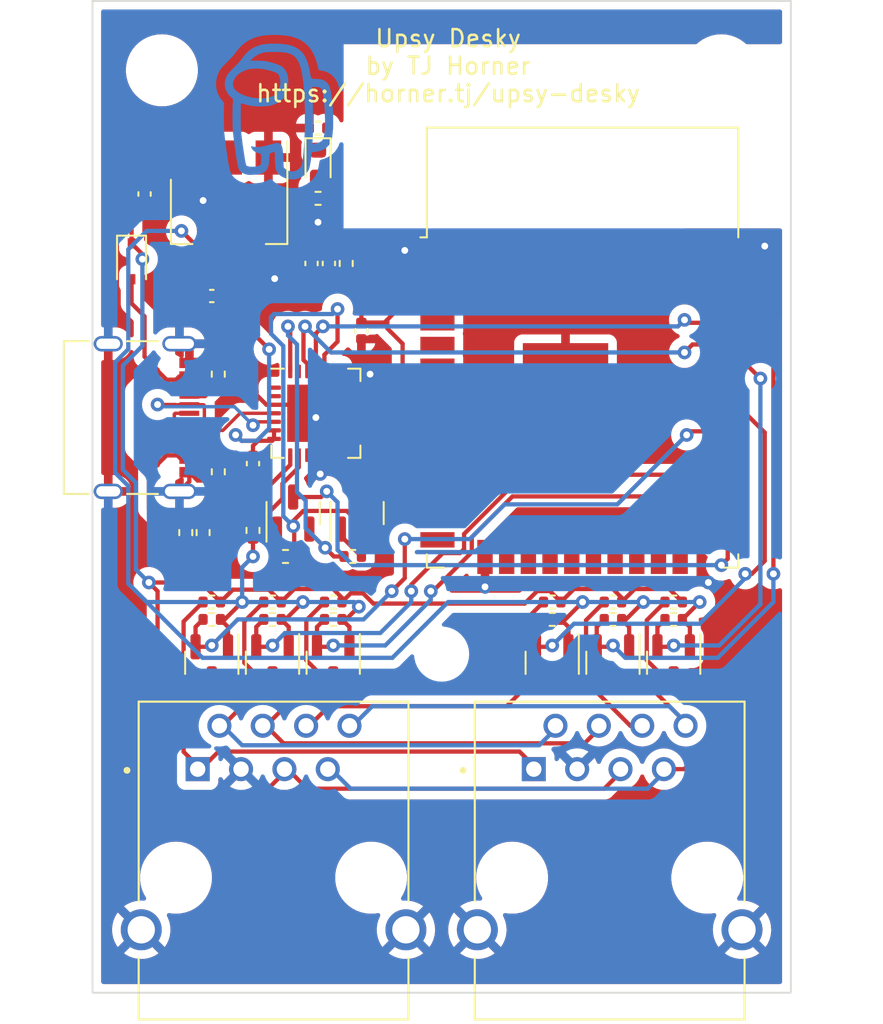
<source format=kicad_pcb>
(kicad_pcb (version 20211014) (generator pcbnew)
  (layers (0 "F.Cu" signal) (31 "B.Cu" signal) (34 "B.Paste" user) (35 "F.Paste" user) (36 "B.SilkS" user "B.Silkscreen") (37 "F.SilkS" user "F.Silkscreen") (38 "B.Mask" user) (39 "F.Mask" user) (44 "Edge.Cuts" user))
  (net 0 "")
  (net 1 "GND")
  (net 2 "Net-(D2-Pad2)")
  (net 5 "VBUS")
  (net 6 "/DESK_2")
  (net 7 "/DESK_7")
  (net 8 "/DESK_8")
  (net 10 "+3V3")
  (net 14 "/DESK_6")
  (net 15 "/DESK_4")
  (net 16 "/DESK_1")
  (net 17 "/EN")
  (net 18 "/USB_CC1")
  (net 19 "/USB_D+")
  (net 20 "/USB_D-")
  (net 22 "/USB_CC2")
  (net 24 "Net-(Q1-Pad1)")
  (net 25 "/DTR")
  (net 26 "/GPIO0")
  (net 27 "Net-(Q2-Pad1)")
  (net 28 "/RTS")
  (net 29 "Net-(R18-Pad2)")
  (net 40 "/ESP_TX")
  (net 41 "/ESP_RX")
  (net 64 "+5V")
  (net 67 "/GPIO23")
  (net 68 "/GPIO16")
  (net 69 "/GPIO17")
  (net 70 "/GPIO18")
  (net 71 "/GPIO19")
  (net 72 "/GPIO22")
  (net 73 "/GPIO21")
  (net 74 "Net-(R19-Pad2)")
  (net 75 "Net-(D2-Pad1)")
  (footprint "Resistor_SMD:R_0402_1005Metric" (layer "F.Cu") (at 153.162 107.188)
    (fp_text reference "R11" hide)
    (fp_text value "10k")
  )
  (footprint "LED_SMD:LED_0603_1608Metric" (layer "F.Cu") (at 139.446 80.518 -90)
    (fp_text reference "D2" hide)
    (fp_text value "LED")
  )
  (footprint "Package_TO_SOT_SMD:SOT-23" (layer "F.Cu") (at 141.732 100.965 90)
    (fp_text reference "Q2" hide)
    (fp_text value "MMBT3904")
  )
  (footprint "Resistor_SMD:R_0402_1005Metric" (layer "F.Cu") (at 136.779 106.172)
    (fp_text reference "R12" hide)
    (fp_text value "10k")
  )
  (footprint "Resistor_SMD:R_0402_1005Metric" (layer "F.Cu") (at 140.335 106.172)
    (fp_text reference "R9" hide)
    (fp_text value "10k")
  )
  (footprint "footprints:ASSMANN_A-2004-2-4-LPS-N-R" (layer "F.Cu") (at 136.8425 122.301)
    (fp_text reference "J1" hide)
    (fp_text value "RJ45")
  )
  (footprint "Resistor_SMD:R_0402_1005Metric" (layer "F.Cu") (at 132.715 102.108 -90)
    (fp_text reference "R20" hide)
    (fp_text value "47.5k")
  )
  (footprint "Package_TO_SOT_SMD:SOT-23" (layer "F.Cu") (at 133.223 109.728 -90)
    (fp_text reference "Q3" hide)
    (fp_text value "BSS138")
  )
  (footprint "RF_Module:ESP32-WROOM-32" (layer "F.Cu") (at 154.94 94.277)
    (fp_text reference "U3" hide)
    (fp_text value "ESP32-WROOM-32")
  )
  (footprint "Package_DFN_QFN:QFN-28-1EP_5x5mm_P0.5mm_EP3.35x3.35mm" (layer "F.Cu") (at 139.319 95.127)
    (fp_text reference "U1" hide)
    (fp_text value "CP2102N-Axx-xQFN28")
  )
  (footprint "Capacitor_SMD:C_0402_1005Metric" (layer "F.Cu") (at 133.223 88.265 180)
    (fp_text reference "C2" hide)
    (fp_text value "10u")
  )
  (footprint "Connector_USB:USB_C_Receptacle_Palconn_UTC16-G" (layer "F.Cu") (at 129.399 95.377 -90)
    (fp_text reference "J3" hide)
    (fp_text value "USB_C_ReceptacleUSB2.0")
  )
  (footprint "Package_TO_SOT_SMD:SOT-23" (layer "F.Cu") (at 156.718 109.728 -90)
    (fp_text reference "Q8" hide)
    (fp_text value "BSS138")
  )
  (footprint "Package_TO_SOT_SMD:SOT-23" (layer "F.Cu") (at 160.274 109.728 -90)
    (fp_text reference "Q7" hide)
    (fp_text value "BSS138")
  )
  (footprint "Resistor_SMD:R_0402_1005Metric" (layer "F.Cu") (at 156.718 106.172)
    (fp_text reference "R17" hide)
    (fp_text value "10k")
  )
  (footprint "Capacitor_SMD:C_0402_1005Metric" (layer "F.Cu") (at 141.986 90.297 -90)
    (fp_text reference "C3" hide)
    (fp_text value "1u")
  )
  (footprint "MountingHole:MountingHole_2.2mm_M2" (layer "F.Cu") (at 146.685 109.22)
    (fp_text reference "REF**" hide)
    (fp_text value "MountingHole_2.2mm_M2")
  )
  (footprint "Resistor_SMD:R_0402_1005Metric" (layer "F.Cu") (at 156.718 107.188)
    (fp_text reference "R16" hide)
    (fp_text value "10k")
  )
  (footprint "Resistor_SMD:R_0402_1005Metric" (layer "F.Cu") (at 136.779 107.188)
    (fp_text reference "R10" hide)
    (fp_text value "10k")
  )
  (footprint "Diode_SMD:D_SOD-323" (layer "F.Cu") (at 128.524 86.233 -90)
    (fp_text reference "D1" hide)
    (fp_text value "1N5817")
  )
  (footprint "Resistor_SMD:R_0402_1005Metric" (layer "F.Cu") (at 135.636 101.981 90)
    (fp_text reference "R18" hide)
    (fp_text value "1k")
  )
  (footprint "Resistor_SMD:R_0402_1005Metric" (layer "F.Cu") (at 131.699 102.108 90)
    (fp_text reference "R19" hide)
    (fp_text value "22.1k")
  )
  (footprint "Package_TO_SOT_SMD:SOT-23" (layer "F.Cu") (at 153.162 109.728 -90)
    (fp_text reference "Q6" hide)
    (fp_text value "BSS138")
  )
  (footprint "Resistor_SMD:R_0402_1005Metric" (layer "F.Cu") (at 133.604 98.552 90)
    (fp_text reference "R1" hide)
    (fp_text value "5.1k")
  )
  (footprint "Resistor_SMD:R_0402_1005Metric" (layer "F.Cu") (at 153.162 106.172)
    (fp_text reference "R13" hide)
    (fp_text value "10k")
  )
  (footprint "footprints:ASSMANN_A-2004-2-4-LPS-N-R" (layer "F.Cu") (at 156.5275 122.301)
    (fp_text reference "J2" hide)
    (fp_text value "RJ45")
  )
  (footprint "MountingHole:MountingHole_3.2mm_M3" (layer "F.Cu") (at 130.302 75.057)
    (fp_text reference "REF**" hide)
    (fp_text value "MountingHole_3.2mm_M3")
  )
  (footprint "MountingHole:MountingHole_3.2mm_M3" (layer "F.Cu") (at 163.068 75.057)
    (fp_text reference "REF**" hide)
    (fp_text value "MountingHole_3.2mm_M3")
  )
  (footprint "Capacitor_SMD:C_0402_1005Metric" (layer "F.Cu") (at 140.081 86.36 -90)
    (fp_text reference "C4" hide)
    (fp_text value "0.1u")
  )
  (footprint "Capacitor_SMD:C_0402_1005Metric" (layer "F.Cu") (at 135.636 98.072 -90)
    (fp_text reference "C6" hide)
    (fp_text value "10u")
  )
  (footprint "Resistor_SMD:R_0402_1005Metric" (layer "F.Cu") (at 160.274 107.188)
    (fp_text reference "R14" hide)
    (fp_text value "10k")
  )
  (footprint "Package_TO_SOT_SMD:SOT-23" (layer "F.Cu") (at 137.988 100.965 90)
    (fp_text reference "Q1" hide)
    (fp_text value "MMBT3904")
  )
  (footprint "Resistor_SMD:R_0402_1005Metric" (layer "F.Cu") (at 133.223 106.172)
    (fp_text reference "R8" hide)
    (fp_text value "10k")
  )
  (footprint "Resistor_SMD:R_0402_1005Metric" (layer "F.Cu") (at 141.478 103.505)
    (fp_text reference "R4" hide)
    (fp_text value "10k")
  )
  (footprint "Resistor_SMD:R_0402_1005Metric" (layer "F.Cu") (at 137.541 103.505 180)
    (fp_text reference "R3" hide)
    (fp_text value "10k")
  )
  (footprint "footprints:amongy" (layer "F.Cu") (at 137.16 77.47)
    (fp_text reference "Ref**" hide)
    (fp_text value "Val**" hide)
  )
  (footprint "Resistor_SMD:R_0402_1005Metric" (layer "F.Cu") (at 133.223 107.188)
    (fp_text reference "R6" hide)
    (fp_text value "10k")
  )
  (footprint "Capacitor_SMD:C_0402_1005Metric" (layer "F.Cu") (at 139.065 86.36 -90)
    (fp_text reference "C5" hide)
    (fp_text value "10u")
  )
  (footprint "Resistor_SMD:R_0402_1005Metric" (layer "F.Cu") (at 139.446 82.55 180)
    (fp_text reference "R21" hide)
    (fp_text value "470")
  )
  (footprint "Package_TO_SOT_SMD:SOT-23" (layer "F.Cu") (at 136.779 109.728 -90)
    (fp_text reference "Q5" hide)
    (fp_text value "BSS138")
  )
  (footprint "Resistor_SMD:R_0402_1005Metric" (layer "F.Cu") (at 133.604 92.837 -90)
    (fp_text reference "R2" hide)
    (fp_text value "5.1k")
  )
  (footprint "Resistor_SMD:R_0402_1005Metric" (layer "F.Cu") (at 141.097 86.36 -90)
    (fp_text reference "R5" hide)
    (fp_text value "10k")
  )
  (footprint "Capacitor_SMD:C_0402_1005Metric" (layer "F.Cu") (at 129.286 82.296 90)
    (fp_text reference "C1" hide)
    (fp_text value "10u")
  )
  (footprint "Package_TO_SOT_SMD:SOT-223-3_TabPin2" (layer "F.Cu") (at 134.239 83.312 -90)
    (fp_text reference "U2" hide)
    (fp_text value "AMS1117-3.3")
  )
  (footprint "Resistor_SMD:R_0402_1005Metric" (layer "F.Cu") (at 139.446 78.4352 180)
    (fp_text reference "R22" hide)
    (fp_text value "940")
  )
  (footprint "Resistor_SMD:R_0402_1005Metric" (layer "F.Cu") (at 140.335 107.188)
    (fp_text reference "R7" hide)
    (fp_text value "10k")
  )
  (footprint "Resistor_SMD:R_0402_1005Metric" (layer "F.Cu") (at 160.274 106.172)
    (fp_text reference "R15" hide)
    (fp_text value "10k")
  )
  (footprint "Package_TO_SOT_SMD:SOT-23" (layer "F.Cu") (at 140.335 109.728 -90)
    (fp_text reference "Q4" hide)
    (fp_text value "BSS138")
  )
  (gr_rect (start 126.238 70.993) (end 167.132 129.032) (layer "Edge.Cuts") (width 0.1) (fill none))
  (gr_text "Upsy Desky\nby TJ Horner\nhttps://horner.tj/upsy-desky" (at 147.066 74.803) (layer "F.SilkS") (effects (font (size 1 1))))
  (segment (start 133.604 92.327) (end 132.059 92.327) (width 0.25) (layer "F.Cu") (net 1))
  (segment (start 132.394 99.062) (end 131.909 98.577) (width 0.25) (layer "F.Cu") (net 1))
  (segment (start 136.869 94.627) (end 138.819 94.627) (width 0.25) (layer "F.Cu") (net 1))
  (segment (start 132.059 92.327) (end 131.909 92.177) (width 0.25) (layer "F.Cu") (net 1))
  (segment (start 136.421672 94.627) (end 136.869 94.627) (width 0.25) (layer "F.Cu") (net 1))
  (segment (start 133.731 92.327) (end 134.121672 92.327) (width 0.25) (layer "F.Cu") (net 1))
  (segment (start 133.604 99.062) (end 132.394 99.062) (width 0.25) (layer "F.Cu") (net 1))
  (segment (start 134.121672 92.327) (end 136.421672 94.627) (width 0.25) (layer "F.Cu") (net 1))
  (segment (start 131.909 99.117) (end 131.329 99.697) (width 0.25) (layer "F.Cu") (net 1))
  (segment (start 131.909 98.577) (end 131.909 99.117) (width 0.25) (layer "F.Cu") (net 1))
  (segment (start 138.819 94.627) (end 139.319 95.127) (width 0.25) (layer "F.Cu") (net 1))
  (via (at 165.608 85.344) (size 0.8) (drill 0.4) (layers "F.Cu" "B.Cu") (net 1))
  (via (at 136.906 87.249) (size 0.8) (drill 0.4) (layers "F.Cu" "B.Cu") (net 1))
  (via (at 144.526 85.598) (size 0.8) (drill 0.4) (layers "F.Cu" "B.Cu") (net 1))
  (via (at 139.319 95.377) (size 0.8) (drill 0.4) (layers "F.Cu" "B.Cu") (net 1))
  (via (at 162.306 105.029) (size 0.8) (drill 0.4) (layers "F.Cu" "B.Cu") (net 1))
  (via (at 139.446 83.947) (size 0.8) (drill 0.4) (layers "F.Cu" "B.Cu") (net 1))
  (via (at 132.715 82.677) (size 0.8) (drill 0.4) (layers "F.Cu" "B.Cu") (net 1))
  (via (at 142.494 92.837) (size 0.8) (drill 0.4) (layers "F.Cu" "B.Cu") (net 1))
  (via (at 139.573 98.679) (size 0.8) (drill 0.4) (layers "F.Cu" "B.Cu") (net 1))
  (via (at 149.225 105.283) (size 0.8) (drill 0.4) (layers "F.Cu" "B.Cu") (net 1))
  (segment (start 149.479 105.029) (end 149.225 105.283) (width 0.25) (layer "B.Cu") (net 1))
  (segment (start 162.306 105.029) (end 149.479 105.029) (width 0.25) (layer "B.Cu") (net 1))
  (segment (start 138.936 82.55) (end 138.936 81.8155) (width 0.25) (layer "F.Cu") (net 2))
  (segment (start 138.936 81.8155) (end 139.446 81.3055) (width 0.25) (layer "F.Cu") (net 2))
  (segment (start 130.048 92.583) (end 129.286 91.821) (width 0.25) (layer "F.Cu") (net 5))
  (segment (start 130.048 92.583) (end 128.778 93.853) (width 0.25) (layer "F.Cu") (net 5))
  (segment (start 130.048 92.639918) (end 130.048 92.583) (width 0.25) (layer "F.Cu") (net 5))
  (segment (start 131.21199 97.592479) (end 131.396511 97.777) (width 0.25) (layer "F.Cu") (net 5))
  (segment (start 131.447 102.618) (end 129.54 100.711) (width 0.25) (layer "F.Cu") (net 5))
  (segment (start 129.286 89.4565) (end 128.524 88.6945) (width 0.25) (layer "F.Cu") (net 5))
  (segment (start 130.569603 93.161521) (end 130.048 92.639918) (width 0.25) (layer "F.Cu") (net 5))
  (segment (start 128.778 93.853) (end 128.778 97.155) (width 0.25) (layer "F.Cu") (net 5))
  (segment (start 128.524 88.6945) (end 128.524 87.283) (width 0.25) (layer "F.Cu") (net 5))
  (segment (start 128.778 97.155) (end 129.54 97.917) (width 0.25) (layer "F.Cu") (net 5))
  (segment (start 129.794 98.171) (end 130.048 98.171) (width 0.25) (layer "F.Cu") (net 5))
  (segment (start 130.048 98.171) (end 130.048 98.114082) (width 0.25) (layer "F.Cu") (net 5))
  (segment (start 130.569603 97.592479) (end 131.21199 97.592479) (width 0.25) (layer "F.Cu") (net 5))
  (segment (start 131.396511 97.777) (end 131.909 97.777) (width 0.25) (layer "F.Cu") (net 5))
  (segment (start 131.312918 92.977) (end 131.128397 93.161521) (width 0.25) (layer "F.Cu") (net 5))
  (segment (start 129.54 100.711) (end 129.54 97.917) (width 0.25) (layer "F.Cu") (net 5))
  (segment (start 131.128397 93.161521) (end 130.569603 93.161521) (width 0.25) (layer "F.Cu") (net 5))
  (segment (start 131.909 92.977) (end 131.312918 92.977) (width 0.25) (layer "F.Cu") (net 5))
  (segment (start 129.54 97.917) (end 129.794 98.171) (width 0.25) (layer "F.Cu") (net 5))
  (segment (start 131.699 102.618) (end 131.447 102.618) (width 0.25) (layer "F.Cu") (net 5))
  (segment (start 130.048 98.114082) (end 130.569603 97.592479) (width 0.25) (layer "F.Cu") (net 5))
  (segment (start 129.286 91.821) (end 129.286 89.4565) (width 0.25) (layer "F.Cu") (net 5))
  (segment (start 135.128 107.313) (end 136.269 106.172) (width 0.25) (layer "F.Cu") (net 6))
  (segment (start 136.7305 110.5385) (end 133.858 113.411) (width 0.25) (layer "F.Cu") (net 6))
  (segment (start 136.0655 110.6655) (end 135.128 109.728) (width 0.25) (layer "F.Cu") (net 6))
  (segment (start 135.128 109.728) (end 135.128 107.313) (width 0.25) (layer "F.Cu") (net 6))
  (segment (start 136.779 110.6655) (end 136.0655 110.6655) (width 0.25) (layer "F.Cu") (net 6))
  (segment (start 152.4 114.554) (end 135.001 114.554) (width 0.25) (layer "B.Cu") (net 6))
  (segment (start 135.001 114.554) (end 133.858 113.411) (width 0.25) (layer "B.Cu") (net 6))
  (segment (start 153.543 113.411) (end 152.4 114.554) (width 0.25) (layer "B.Cu") (net 6))
  (segment (start 159.893 115.951) (end 160.888606 115.951) (width 0.25) (layer "F.Cu") (net 7))
  (segment (start 160.888606 115.951) (end 162.56 114.279606) (width 0.25) (layer "F.Cu") (net 7))
  (segment (start 162.56 114.279606) (end 162.56 112.649) (width 0.25) (layer "F.Cu") (net 7))
  (segment (start 160.274 110.6655) (end 159.790428 110.6655) (width 0.25) (layer "F.Cu") (net 7))
  (segment (start 160.4495 110.5385) (end 160.274 110.5385) (width 0.25) (layer "F.Cu") (net 7))
  (segment (start 158.69948 109.574552) (end 158.69948 107.23652) (width 0.25) (layer "F.Cu") (net 7))
  (segment (start 159.790428 110.6655) (end 158.69948 109.574552) (width 0.25) (layer "F.Cu") (net 7))
  (segment (start 158.69948 107.23652) (end 159.764 106.172) (width 0.25) (layer "F.Cu") (net 7))
  (segment (start 162.56 112.649) (end 160.4495 110.5385) (width 0.25) (layer "F.Cu") (net 7))
  (segment (start 141.351 117.094) (end 140.208 115.951) (width 0.25) (layer "B.Cu") (net 7))
  (segment (start 158.75 117.094) (end 141.351 117.094) (width 0.25) (layer "B.Cu") (net 7))
  (segment (start 159.893 115.951) (end 158.75 117.094) (width 0.25) (layer "B.Cu") (net 7))
  (segment (start 156.718 110.6655) (end 156.234428 110.6655) (width 0.25) (layer "F.Cu") (net 8))
  (segment (start 155.14348 109.574552) (end 155.14348 107.23652) (width 0.25) (layer "F.Cu") (net 8))
  (segment (start 155.14348 107.23652) (end 156.208 106.172) (width 0.25) (layer "F.Cu") (net 8))
  (segment (start 156.234428 110.6655) (end 155.14348 109.574552) (width 0.25) (layer "F.Cu") (net 8))
  (segment (start 161.163 113.411) (end 158.2905 110.5385) (width 0.25) (layer "F.Cu") (net 8))
  (segment (start 158.2905 110.5385) (end 156.718 110.5385) (width 0.25) (layer "F.Cu") (net 8))
  (segment (start 160.02 112.268) (end 142.621 112.268) (width 0.25) (layer "B.Cu") (net 8))
  (segment (start 161.163 113.411) (end 160.02 112.268) (width 0.25) (layer "B.Cu") (net 8))
  (segment (start 142.621 112.268) (end 141.478 113.411) (width 0.25) (layer "B.Cu") (net 8))
  (segment (start 153.672 107.188) (end 153.924 107.188) (width 0.25) (layer "F.Cu") (net 10))
  (segment (start 161.224 108.7905) (end 161.224 107.628) (width 0.25) (layer "F.Cu") (net 10))
  (segment (start 154.112 108.7905) (end 154.112 107.628) (width 0.25) (layer "F.Cu") (net 10))
  (segment (start 134.239 89.039906) (end 136.582047 91.382953) (width 0.25) (layer "F.Cu") (net 10))
  (segment (start 133.703 88.265) (end 133.703 86.998) (width 0.25) (layer "F.Cu") (net 10))
  (segment (start 137.541 107.188) (end 138.557 106.172) (width 0.25) (layer "F.Cu") (net 10))
  (segment (start 133.703 86.998) (end 134.239 86.462) (width 0.25) (layer "F.Cu") (net 10))
  (segment (start 143.002 85.8285) (end 138.9755 85.8285) (width 0.25) (layer "F.Cu") (net 10))
  (segment (start 157.228 107.188) (end 157.48 107.188) (width 0.25) (layer "F.Cu") (net 10))
  (segment (start 134.239 88.265) (end 133.703 88.265) (width 0.25) (layer "F.Cu") (net 10))
  (segment (start 157.668 107.628) (end 157.228 107.188) (width 0.25) (layer "F.Cu") (net 10))
  (segment (start 134.239 86.462) (end 134.239 80.162) (width 0.25) (layer "F.Cu") (net 10))
  (segment (start 134.173 108.7905) (end 134.173 107.628) (width 0.25) (layer "F.Cu") (net 10))
  (segment (start 141.0884 107.188) (end 140.845 107.188) (width 0.25) (layer "F.Cu") (net 10))
  (segment (start 141.83595 106.44045) (end 141.0884 107.188) (width 0.25) (layer "F.Cu") (net 10))
  (segment (start 153.924 107.188) (end 154.94 106.172) (width 0.25) (layer "F.Cu") (net 10))
  (segment (start 135.636 97.592) (end 135.636 97.028) (width 0.25) (layer "F.Cu") (net 10))
  (segment (start 134.173 107.628) (end 133.733 107.188) (width 0.25) (layer "F.Cu") (net 10))
  (segment (start 160.784 107.188) (end 160.784 107.186) (width 0.25) (layer "F.Cu") (net 10))
  (segment (start 134.963511 96.736511) (end 135.927489 96.736511) (width 0.25) (layer "F.Cu") (net 10))
  (segment (start 160.784 107.186) (end 161.798 106.172) (width 0.25) (layer "F.Cu") (net 10))
  (segment (start 133.452 86.462) (end 131.445 84.455) (width 0.25) (layer "F.Cu") (net 10))
  (segment (start 135.927489 96.736511) (end 136.759489 96.736511) (width 0.25) (layer "F.Cu") (net 10))
  (segment (start 154.112 107.628) (end 153.672 107.188) (width 0.25) (layer "F.Cu") (net 10))
  (segment (start 136.759489 96.736511) (end 136.869 96.627) (width 0.25) (layer "F.Cu") (net 10))
  (segment (start 137.289 107.188) (end 137.541 107.188) (width 0.25) (layer "F.Cu") (net 10))
  (segment (start 135.636 97.028) (end 135.927489 96.736511) (width 0.25) (layer "F.Cu") (net 10))
  (segment (start 134.62 96.393) (end 134.963511 96.736511) (width 0.25) (layer "F.Cu") (net 10))
  (segment (start 138.938 85.791) (end 138.267 86.462) (width 0.25) (layer "F.Cu") (net 10))
  (segment (start 135.636 103.505) (end 135.636 102.491) (width 0.25) (layer "F.Cu") (net 10))
  (segment (start 136.869 96.627) (end 136.869 96.127) (width 0.25) (layer "F.Cu") (net 10))
  (segment (start 133.985 107.188) (end 135.001 106.172) (width 0.25) (layer "F.Cu") (net 10))
  (segment (start 137.729 108.7905) (end 137.729 107.628) (width 0.25) (layer "F.Cu") (net 10))
  (segment (start 138.267 86.462) (end 134.239 86.462) (width 0.25) (layer "F.Cu") (net 10))
  (segment (start 143.002 85.8285) (end 144.4655 87.292) (width 0.25) (layer "F.Cu") (net 10))
  (segment (start 141.285 108.7905) (end 141.285 107.628) (width 0.25) (layer "F.Cu") (net 10))
  (segment (start 133.733 107.188) (end 133.985 107.188) (width 0.25) (layer "F.Cu") (net 10))
  (segment (start 134.239 86.462) (end 133.452 86.462) (width 0.25) (layer "F.Cu") (net 10))
  (segment (start 141.285 107.628) (end 140.845 107.188) (width 0.25) (layer "F.Cu") (net 10))
  (segment (start 134.239 88.265) (end 134.239 89.039906) (width 0.25) (layer "F.Cu") (net 10))
  (segment (start 137.729 107.628) (end 137.289 107.188) (width 0.25) (layer "F.Cu") (net 10))
  (segment (start 157.668 108.7905) (end 157.668 107.628) (width 0.25) (layer "F.Cu") (net 10))
  (segment (start 144.4655 87.292) (end 145.424 87.292) (width 0.25) (layer "F.Cu") (net 10))
  (segment (start 157.48 107.188) (end 158.496 106.172) (width 0.25) (layer "F.Cu") (net 10))
  (segment (start 161.224 107.628) (end 160.784 107.188) (width 0.25) (layer "F.Cu") (net 10))
  (segment (start 138.9755 85.8285) (end 138.938 85.791) (width 0.25) (layer "F.Cu") (net 10))
  (via (at 141.83595 106.44045) (size 0.8) (drill 0.4) (layers "F.Cu" "B.Cu") (net 10))
  (via (at 158.496 106.172) (size 0.8) (drill 0.4) (layers "F.Cu" "B.Cu") (net 10))
  (via (at 138.557 106.172) (size 0.8) (drill 0.4) (layers "F.Cu" "B.Cu") (net 10))
  (via (at 161.798 106.172) (size 0.8) (drill 0.4) (layers "F.Cu" "B.Cu") (net 10))
  (via (at 134.62 96.393) (size 0.8) (drill 0.4) (layers "F.Cu" "B.Cu") (net 10))
  (via (at 135.636 103.505) (size 0.8) (drill 0.4) (layers "F.Cu" "B.Cu") (net 10))
  (via (at 154.94 106.172) (size 0.8) (drill 0.4) (layers "F.Cu" "B.Cu") (net 10))
  (via (at 136.582047 91.382953) (size 0.8) (drill 0.4) (layers "F.Cu" "B.Cu") (net 10))
  (via (at 135.001 106.172) (size 0.8) (drill 0.4) (layers "F.Cu" "B.Cu") (net 10))
  (via (at 131.445 84.455) (size 0.8) (drill 0.4) (layers "F.Cu" "B.Cu") (net 10))
  (segment (start 127.56648 92.144856) (end 127.56648 98.609143) (width 0.25) (layer "B.Cu") (net 10))
  (segment (start 132.677511 109.436511) (end 143.801489 109.436511) (width 0.25) (layer "B.Cu") (net 10))
  (segment (start 158.496 106.172) (end 161.798 106.172) (width 0.25) (layer "B.Cu") (net 10))
  (segment (start 131.445 84.455) (end 129.413 84.455) (width 0.25) (layer "B.Cu") (net 10))
  (segment (start 128.33352 85.53448) (end 128.33352 91.377816) (width 0.25) (layer "B.Cu") (net 10))
  (segment (start 129.413 106.172) (end 138.557 106.172) (width 0.25) (layer "B.Cu") (net 10))
  (segment (start 135.001 104.14) (end 135.636 103.505) (width 0.25) (layer "B.Cu") (net 10))
  (segment (start 135.858969 96.736511) (end 136.582047 96.013433) (width 0.25) (layer "B.Cu") (net 10))
  (segment (start 135.001 106.172) (end 135.001 104.14) (width 0.25) (layer "B.Cu") (net 10))
  (segment (start 147.066 106.172) (end 154.94 106.172) (width 0.25) (layer "B.Cu") (net 10))
  (segment (start 143.801489 109.436511) (end 147.066 106.172) (width 0.25) (layer "B.Cu") (net 10))
  (segment (start 134.62 96.393) (end 134.963511 96.736511) (width 0.25) (layer "B.Cu") (net 10))
  (segment (start 138.557 106.172) (end 141.5675 106.172) (width 0.25) (layer "B.Cu") (net 10))
  (segment (start 134.963511 96.736511) (end 135.858969 96.736511) (width 0.25) (layer "B.Cu") (net 10))
  (segment (start 141.5675 106.172) (end 141.83595 106.44045) (width 0.25) (layer "B.Cu") (net 10))
  (segment (start 136.582047 96.013433) (end 136.582047 91.382953) (width 0.25) (layer "B.Cu") (net 10))
  (segment (start 154.94 106.172) (end 158.496 106.172) (width 0.25) (layer "B.Cu") (net 10))
  (segment (start 129.413 84.455) (end 128.33352 85.53448) (width 0.25) (layer "B.Cu") (net 10))
  (segment (start 128.33352 105.09252) (end 129.413 106.172) (width 0.25) (layer "B.Cu") (net 10))
  (segment (start 128.33352 91.377816) (end 127.56648 92.144856) (width 0.25) (layer "B.Cu") (net 10))
  (segment (start 128.33352 99.376184) (end 128.33352 105.09252) (width 0.25) (layer "B.Cu") (net 10))
  (segment (start 127.56648 98.609143) (end 128.33352 99.376184) (width 0.25) (layer "B.Cu") (net 10))
  (segment (start 129.413 106.172) (end 132.677511 109.436511) (width 0.25) (layer "B.Cu") (net 10))
  (segment (start 152.2245 110.5385) (end 150.495 112.268) (width 0.25) (layer "F.Cu") (net 14))
  (segment (start 140.081 112.268) (end 138.938 113.411) (width 0.25) (layer "F.Cu") (net 14))
  (segment (start 153.162 110.6655) (end 152.678428 110.6655) (width 0.25) (layer "F.Cu") (net 14))
  (segment (start 151.58748 109.574552) (end 151.58748 107.23652) (width 0.25) (layer "F.Cu") (net 14))
  (segment (start 150.495 112.268) (end 140.081 112.268) (width 0.25) (layer "F.Cu") (net 14))
  (segment (start 151.58748 107.23652) (end 152.652 106.172) (width 0.25) (layer "F.Cu") (net 14))
  (segment (start 152.678428 110.6655) (end 151.58748 109.574552) (width 0.25) (layer "F.Cu") (net 14))
  (segment (start 158.623 113.411) (end 157.734 113.411) (width 0.25) (layer "F.Cu") (net 14))
  (segment (start 157.734 113.411) (end 154.8615 110.5385) (width 0.25) (layer "F.Cu") (net 14))
  (segment (start 154.8615 110.5385) (end 152.2245 110.5385) (width 0.25) (layer "F.Cu") (net 14))
  (segment (start 138.76048 107.23652) (end 139.825 106.172) (width 0.25) (layer "F.Cu") (net 15))
  (segment (start 137.426511 114.439511) (end 136.398 113.411) (width 0.25) (layer "F.Cu") (net 15))
  (segment (start 139.851428 110.6655) (end 138.76048 109.574552) (width 0.25) (layer "F.Cu") (net 15))
  (segment (start 155.054489 114.439511) (end 137.426511 114.439511) (width 0.25) (layer "F.Cu") (net 15))
  (segment (start 156.083 113.411) (end 155.054489 114.439511) (width 0.25) (layer "F.Cu") (net 15))
  (segment (start 138.76048 109.574552) (end 138.76048 107.23652) (width 0.25) (layer "F.Cu") (net 15))
  (segment (start 140.335 110.6655) (end 139.851428 110.6655) (width 0.25) (layer "F.Cu") (net 15))
  (segment (start 139.2705 110.5385) (end 136.398 113.411) (width 0.25) (layer "F.Cu") (net 15))
  (segment (start 140.462 110.5385) (end 139.2705 110.5385) (width 0.25) (layer "F.Cu") (net 15))
  (segment (start 133.223 110.6655) (end 132.739428 110.6655) (width 0.25) (layer "F.Cu") (net 16))
  (segment (start 131.572 107.313) (end 132.713 106.172) (width 0.25) (layer "F.Cu") (net 16))
  (segment (start 131.572 109.498072) (end 131.572 107.313) (width 0.25) (layer "F.Cu") (net 16))
  (segment (start 132.739428 110.6655) (end 131.572 109.498072) (width 0.25) (layer "F.Cu") (net 16))
  (segment (start 132.588 115.951) (end 131.572 114.935) (width 0.25) (layer "F.Cu") (net 16))
  (segment (start 131.572 112.213) (end 133.2465 110.5385) (width 0.25) (layer "F.Cu") (net 16))
  (segment (start 131.572 114.935) (end 131.572 112.213) (width 0.25) (layer "F.Cu") (net 16))
  (segment (start 152.273 115.951) (end 151.244489 114.922489) (width 0.25) (layer "F.Cu") (net 16))
  (segment (start 151.244489 114.922489) (end 133.616511 114.922489) (width 0.25) (layer "F.Cu") (net 16))
  (segment (start 133.616511 114.922489) (end 132.588 115.951) (width 0.25) (layer "F.Cu") (net 16))
  (segment (start 144.594978 88.562) (end 145.424 88.562) (width 0.25) (layer "F.Cu") (net 17))
  (segment (start 141.732 100.0275) (end 142.2885 100.0275) (width 0.25) (layer "F.Cu") (net 17))
  (segment (start 143.51 90.17) (end 143.51 89.646978) (width 0.25) (layer "F.Cu") (net 17))
  (segment (start 144.399 91.059) (end 143.51 90.17) (width 0.25) (layer "F.Cu") (net 17))
  (segment (start 143.339978 89.817) (end 143.51 89.646978) (width 0.25) (layer "F.Cu") (net 17))
  (segment (start 142.2885 100.0275) (end 144.399 97.917) (width 0.25) (layer "F.Cu") (net 17))
  (segment (start 141.986 89.817) (end 143.339978 89.817) (width 0.25) (layer "F.Cu") (net 17))
  (segment (start 143.51 89.646978) (end 144.594978 88.562) (width 0.25) (layer "F.Cu") (net 17))
  (segment (start 141.986 87.759) (end 141.097 86.87) (width 0.25) (layer "F.Cu") (net 17))
  (segment (start 144.399 97.917) (end 144.399 91.059) (width 0.25) (layer "F.Cu") (net 17))
  (segment (start 141.986 89.817) (end 141.986 87.759) (width 0.25) (layer "F.Cu") (net 17))
  (segment (start 132.824 94.127) (end 131.909 94.127) (width 0.25) (layer "F.Cu") (net 18))
  (segment (start 133.604 93.347) (end 132.824 94.127) (width 0.25) (layer "F.Cu") (net 18))
  (segment (start 131.079978 95.127) (end 131.029489 95.177489) (width 0.2) (layer "F.Cu") (net 19))
  (segment (start 133.874 96.127) (end 131.909 96.127) (width 0.2) (layer "F.Cu") (net 19))
  (segment (start 131.079978 96.127) (end 131.909 96.127) (width 0.2) (layer "F.Cu") (net 19))
  (segment (start 134.874 95.127) (end 136.869 95.127) (width 0.2) (layer "F.Cu") (net 19))
  (segment (start 131.029489 96.076511) (end 131.079978 96.127) (width 0.2) (layer "F.Cu") (net 19))
  (segment (start 131.029489 95.177489) (end 131.029489 96.076511) (width 0.2) (layer "F.Cu") (net 19))
  (segment (start 133.874 96.127) (end 134.874 95.127) (width 0.2) (layer "F.Cu") (net 19))
  (segment (start 131.909 95.127) (end 131.079978 95.127) (width 0.2) (layer "F.Cu") (net 19))
  (segment (start 132.738022 94.627) (end 132.788511 94.677489) (width 0.2) (layer "F.Cu") (net 20))
  (segment (start 130.048 94.615) (end 131.067978 94.615) (width 0.2) (layer "F.Cu") (net 20))
  (segment (start 131.079978 94.627) (end 131.909 94.627) (width 0.2) (layer "F.Cu") (net 20))
  (segment (start 131.909 94.627) (end 132.738022 94.627) (width 0.2) (layer "F.Cu") (net 20))
  (segment (start 135.8355 95.627) (end 136.869 95.627) (width 0.2) (layer "F.Cu") (net 20))
  (segment (start 132.788511 95.430489) (end 132.592 95.627) (width 0.2) (layer "F.Cu") (net 20))
  (segment (start 132.788511 94.677489) (end 132.788511 95.430489) (width 0.2) (layer "F.Cu") (net 20))
  (segment (start 135.636 95.8265) (end 135.8355 95.627) (width 0.2) (layer "F.Cu") (net 20))
  (segment (start 132.592 95.627) (end 131.909 95.627) (width 0.2) (layer "F.Cu") (net 20))
  (segment (start 131.067978 94.615) (end 131.079978 94.627) (width 0.2) (layer "F.Cu") (net 20))
  (via (at 135.636 95.8265) (size 0.8) (drill 0.4) (layers "F.Cu" "B.Cu") (net 20))
  (via (at 130.048 94.615) (size 0.8) (drill 0.4) (layers "F.Cu" "B.Cu") (net 20))
  (segment (start 130.048 94.615) (end 130.175 94.742) (width 0.2) (layer "B.Cu") (net 20))
  (segment (start 130.175 94.742) (end 134.5515 94.742) (width 0.2) (layer "B.Cu") (net 20))
  (segment (start 134.5515 94.742) (end 135.636 95.8265) (width 0.2) (layer "B.Cu") (net 20))
  (segment (start 132.689 97.127) (end 133.604 98.042) (width 0.25) (layer "F.Cu") (net 22))
  (segment (start 131.909 97.127) (end 132.689 97.127) (width 0.25) (layer "F.Cu") (net 22))
  (segment (start 137.038 103.498) (end 137.031 103.505) (width 0.25) (layer "F.Cu") (net 24))
  (segment (start 137.038 101.9025) (end 137.038 103.498) (width 0.25) (layer "F.Cu") (net 24))
  (segment (start 140.3725 103.505) (end 139.8645 102.997) (width 0.25) (layer "F.Cu") (net 25))
  (segment (start 138.938 101.9025) (end 138.938 102.1315) (width 0.25) (layer "F.Cu") (net 25))
  (segment (start 140.968 103.505) (end 140.3725 103.505) (width 0.25) (layer "F.Cu") (net 25))
  (segment (start 138.938 101.9025) (end 138.938 102.0705) (width 0.25) (layer "F.Cu") (net 25))
  (segment (start 137.819 90.177492) (end 137.819 92.677) (width 0.25) (layer "F.Cu") (net 25))
  (segment (start 137.684497 90.042989) (end 137.819 90.177492) (width 0.25) (layer "F.Cu") (net 25))
  (segment (start 138.938 102.0705) (end 139.8645 102.997) (width 0.25) (layer "F.Cu") (net 25))
  (via (at 137.684497 90.042989) (size 0.8) (drill 0.4) (layers "F.Cu" "B.Cu") (net 25))
  (via (at 139.8645 102.997) (size 0.8) (drill 0.4) (layers "F.Cu" "B.Cu") (net 25))
  (segment (start 138.213489 99.732489) (end 138.213489 91.096489) (width 0.25) (layer "B.Cu") (net 25))
  (segment (start 139.8645 102.997) (end 138.721207 101.853707) (width 0.25) (layer "B.Cu") (net 25))
  (segment (start 138.721207 100.240207) (end 138.213489 99.732489) (width 0.25) (layer "B.Cu") (net 25))
  (segment (start 137.684497 90.567497) (end 137.684497 90.042989) (width 0.25) (layer "B.Cu") (net 25))
  (segment (start 138.721207 101.853707) (end 138.721207 100.240207) (width 0.25) (layer "B.Cu") (net 25))
  (segment (start 138.213489 91.096489) (end 137.684497 90.567497) (width 0.25) (layer "B.Cu") (net 25))
  (segment (start 163.068 104.013) (end 163.44 103.641) (width 0.25) (layer "F.Cu") (net 26))
  (segment (start 139.6215 100.0275) (end 137.988 100.0275) (width 0.25) (layer "F.Cu") (net 26))
  (segment (start 139.954 99.695) (end 139.6215 100.0275) (width 0.25) (layer "F.Cu") (net 26))
  (segment (start 163.44 103.641) (end 163.44 102.532) (width 0.25) (layer "F.Cu") (net 26))
  (via (at 139.954 99.695) (size 0.8) (drill 0.4) (layers "F.Cu" "B.Cu") (net 26))
  (via (at 163.068 104.013) (size 0.8) (drill 0.4) (layers "F.Cu" "B.Cu") (net 26))
  (segment (start 140.589 100.33) (end 139.954 99.695) (width 0.25) (layer "B.Cu") (net 26))
  (segment (start 163.068 104.013) (end 141.478 104.013) (width 0.25) (layer "B.Cu") (net 26))
  (segment (start 140.589 103.124) (end 140.589 100.33) (width 0.25) (layer "B.Cu") (net 26))
  (segment (start 141.478 104.013) (end 140.589 103.124) (width 0.25) (layer "B.Cu") (net 26))
  (segment (start 140.782 102.299) (end 141.988 103.505) (width 0.25) (layer "F.Cu") (net 27))
  (segment (start 140.782 101.9025) (end 140.782 102.299) (width 0.25) (layer "F.Cu") (net 27))
  (segment (start 142.682 101.9025) (end 142.190572 101.9025) (width 0.25) (layer "F.Cu") (net 28))
  (segment (start 141.128552 100.84048) (end 138.583592 100.84048) (width 0.25) (layer "F.Cu") (net 28))
  (segment (start 139.819 91.702) (end 139.819 92.677) (width 0.25) (layer "F.Cu") (net 28))
  (segment (start 138.051 103.505) (end 138.051 101.785039) (width 0.25) (layer "F.Cu") (net 28))
  (segment (start 138.583592 100.84048) (end 137.996696 101.427376) (width 0.25) (layer "F.Cu") (net 28))
  (segment (start 138.051 101.785039) (end 137.996696 101.730735) (width 0.25) (layer "F.Cu") (net 28))
  (segment (start 140.589 90.932) (end 139.819 91.702) (width 0.25) (layer "F.Cu") (net 28))
  (segment (start 142.190572 101.9025) (end 141.128552 100.84048) (width 0.25) (layer "F.Cu") (net 28))
  (segment (start 140.589 89.027) (end 140.589 90.932) (width 0.25) (layer "F.Cu") (net 28))
  (segment (start 137.996696 101.427376) (end 137.996696 101.730735) (width 0.25) (layer "F.Cu") (net 28))
  (via (at 140.589 89.027) (size 0.8) (drill 0.4) (layers "F.Cu" "B.Cu") (net 28))
  (via (at 137.996696 101.730735) (size 0.8) (drill 0.4) (layers "F.Cu" "B.Cu") (net 28))
  (segment (start 140.297511 89.318489) (end 136.868511 89.318489) (width 0.25) (layer "B.Cu") (net 28))
  (segment (start 136.868511 89.318489) (end 136.689489 89.497511) (width 0.25) (layer "B.Cu") (net 28))
  (segment (start 140.589 89.027) (end 140.297511 89.318489) (width 0.25) (layer "B.Cu") (net 28))
  (segment (start 137.414 101.148039) (end 137.996696 101.730735) (width 0.25) (layer "B.Cu") (net 28))
  (segment (start 136.689489 89.497511) (end 136.689489 90.465796) (width 0.25) (layer "B.Cu") (net 28))
  (segment (start 136.689489 90.465796) (end 137.414 91.190307) (width 0.25) (layer "B.Cu") (net 28))
  (segment (start 137.414 91.190307) (end 137.414 101.148039) (width 0.25) (layer "B.Cu") (net 28))
  (segment (start 137.36348 100.12652) (end 136.019 101.471) (width 0.25) (layer "F.Cu") (net 29))
  (segment (start 137.36348 99.243448) (end 137.36348 100.12652) (width 0.25) (layer "F.Cu") (net 29))
  (segment (start 138.319 98.287928) (end 137.36348 99.243448) (width 0.25) (layer "F.Cu") (net 29))
  (segment (start 136.019 101.471) (end 135.636 101.471) (width 0.25) (layer "F.Cu") (net 29))
  (segment (start 138.319 97.577) (end 138.319 98.287928) (width 0.25) (layer "F.Cu") (net 29))
  (segment (start 163.44 89.832) (end 161.079 89.832) (width 0.25) (layer "F.Cu") (net 40))
  (segment (start 161.079 89.832) (end 160.909 89.662) (width 0.25) (layer "F.Cu") (net 40))
  (segment (start 139.319 90.455267) (end 139.731278 90.042989) (width 0.25) (layer "F.Cu") (net 40))
  (segment (start 139.319 92.677) (end 139.319 90.455267) (width 0.25) (layer "F.Cu") (net 40))
  (via (at 160.909 89.662) (size 0.8) (drill 0.4) (layers "F.Cu" "B.Cu") (net 40))
  (via (at 139.731278 90.042989) (size 0.8) (drill 0.4) (layers "F.Cu" "B.Cu") (net 40))
  (segment (start 160.528011 90.042989) (end 160.909 89.662) (width 0.25) (layer "B.Cu") (net 40))
  (segment (start 139.731278 90.042989) (end 160.528011 90.042989) (width 0.25) (layer "B.Cu") (net 40))
  (segment (start 138.594489 92.005161) (end 138.819 92.229672) (width 0.25) (layer "F.Cu") (net 41))
  (segment (start 138.819 92.229672) (end 138.819 92.677) (width 0.25) (layer "F.Cu") (net 41))
  (segment (start 138.594489 90.1325) (end 138.594489 92.005161) (width 0.25) (layer "F.Cu") (net 41))
  (segment (start 138.684 90.042989) (end 138.594489 90.1325) (width 0.25) (layer "F.Cu") (net 41))
  (segment (start 161.374 91.102) (end 160.909 91.567) (width 0.25) (layer "F.Cu") (net 41))
  (segment (start 163.44 91.102) (end 161.374 91.102) (width 0.25) (layer "F.Cu") (net 41))
  (via (at 160.909 91.567) (size 0.8) (drill 0.4) (layers "F.Cu" "B.Cu") (net 41))
  (via (at 138.684 90.042989) (size 0.8) (drill 0.4) (layers "F.Cu" "B.Cu") (net 41))
  (segment (start 140.208011 91.567) (end 160.909 91.567) (width 0.25) (layer "B.Cu") (net 41))
  (segment (start 138.684 90.042989) (end 140.208011 91.567) (width 0.25) (layer "B.Cu") (net 41))
  (segment (start 137.668 115.951) (end 135.636 117.983) (width 0.25) (layer "F.Cu") (net 64))
  (segment (start 130.048 105.537) (end 129.54 105.029) (width 0.25) (layer "F.Cu") (net 64))
  (segment (start 142.681625 106.261511) (end 142.084114 105.664) (width 0.25) (layer "F.Cu") (net 64))
  (segment (start 135.636 117.983) (end 130.556 117.983) (width 0.25) (layer "F.Cu") (net 64))
  (segment (start 152.28252 105.52748) (end 151.548489 106.261511) (width 0.25) (layer "F.Cu") (net 64))
  (segment (start 154.305 105.537) (end 154.432 105.41) (width 0.25) (layer "F.Cu") (net 64))
  (segment (start 141.353 105.664) (end 140.845 106.172) (width 0.25) (layer "F.Cu") (net 64))
  (segment (start 140.845 105.92) (end 140.845 106.172) (width 0.25) (layer "F.Cu") (net 64))
  (segment (start 138.811 117.094) (end 137.668 115.951) (width 0.25) (layer "F.Cu") (net 64))
  (segment (start 140.335 105.41) (end 140.845 105.92) (width 0.25) (layer "F.Cu") (net 64))
  (segment (start 129.159 86.106) (end 129.159 85.818) (width 0.25) (layer "F.Cu") (net 64))
  (segment (start 153.672 106.172) (end 154.305 105.539) (width 0.25) (layer "F.Cu") (net 64))
  (segment (start 157.99 105.41) (end 160.022 105.41) (width 0.25) (layer "F.Cu") (net 64))
  (segment (start 130.048 117.475) (end 130.048 105.537) (width 0.25) (layer "F.Cu") (net 64))
  (segment (start 157.228 105.92) (end 157.228 106.172) (width 0.25) (layer "F.Cu") (net 64))
  (segment (start 129.54 105.029) (end 132.59 105.029) (width 0.25) (layer "F.Cu") (net 64))
  (segment (start 128.524 85.183) (end 128.524 83.577) (width 0.25) (layer "F.Cu") (net 64))
  (segment (start 153.02748 105.52748) (end 152.28252 105.52748) (width 0.25) (layer "F.Cu") (net 64))
  (segment (start 132.59 105.029) (end 133.733 106.172) (width 0.25) (layer "F.Cu") (net 64))
  (segment (start 157.353 115.951) (end 156.21 117.094) (width 0.25) (layer "F.Cu") (net 64))
  (segment (start 136.564489 105.447489) (end 137.289 106.172) (width 0.25) (layer "F.Cu") (net 64))
  (segment (start 157.228 106.172) (end 157.99 105.41) (width 0.25) (layer "F.Cu") (net 64))
  (segment (start 154.432 105.41) (end 156.718 105.41) (width 0.25) (layer "F.Cu") (net 64))
  (segment (start 134.457511 105.447489) (end 136.564489 105.447489) (width 0.25) (layer "F.Cu") (net 64))
  (segment (start 138.051 105.41) (end 140.335 105.41) (width 0.25) (layer "F.Cu") (net 64))
  (segment (start 160.022 105.41) (end 160.784 106.172) (width 0.25) (layer "F.Cu") (net 64))
  (segment (start 154.305 105.539) (end 154.305 105.537) (width 0.25) (layer "F.Cu") (net 64))
  (segment (start 130.556 117.983) (end 130.048 117.475) (width 0.25) (layer "F.Cu") (net 64))
  (segment (start 129.159 85.818) (end 128.524 85.183) (width 0.25) (layer "F.Cu") (net 64))
  (segment (start 156.718 105.41) (end 157.228 105.92) (width 0.25) (layer "F.Cu") (net 64))
  (segment (start 151.548489 106.261511) (end 142.681625 106.261511) (width 0.25) (layer "F.Cu") (net 64))
  (segment (start 137.289 106.172) (end 138.051 105.41) (width 0.25) (layer "F.Cu") (net 64))
  (segment (start 128.524 83.577) (end 131.939 80.162) (width 0.25) (layer "F.Cu") (net 64))
  (segment (start 153.672 106.172) (end 153.02748 105.52748) (width 0.25) (layer "F.Cu") (net 64))
  (segment (start 142.084114 105.664) (end 141.353 105.664) (width 0.25) (layer "F.Cu") (net 64))
  (segment (start 156.21 117.094) (end 138.811 117.094) (width 0.25) (layer "F.Cu") (net 64))
  (segment (start 133.733 106.172) (end 134.457511 105.447489) (width 0.25) (layer "F.Cu") (net 64))
  (via (at 129.54 105.029) (size 0.8) (drill 0.4) (layers "F.Cu" "B.Cu") (net 64))
  (via (at 129.159 86.106) (size 0.8) (drill 0.4) (layers "F.Cu" "B.Cu") (net 64))
  (segment (start 129.159 91.188054) (end 129.159 86.106) (width 0.25) (layer "B.Cu") (net 64))
  (segment (start 129.54 105.029) (end 128.78304 104.27204) (width 0.25) (layer "B.Cu") (net 64))
  (segment (start 128.016 98.422946) (end 128.016 92.331054) (width 0.25) (layer "B.Cu") (net 64))
  (segment (start 128.78304 99.189986) (end 128.016 98.422946) (width 0.25) (layer "B.Cu") (net 64))
  (segment (start 128.78304 104.27204) (end 128.78304 99.189986) (width 0.25) (layer "B.Cu") (net 64))
  (segment (start 128.016 92.331054) (end 129.159 91.188054) (width 0.25) (layer "B.Cu") (net 64))
  (segment (start 162.73 87.292) (end 163.44 87.292) (width 0.25) (layer "F.Cu") (net 67))
  (segment (start 139.956 82.55) (end 140.170511 82.764511) (width 0.25) (layer "F.Cu") (net 67))
  (segment (start 140.716 84.582) (end 160.02 84.582) (width 0.25) (layer "F.Cu") (net 67))
  (segment (start 140.170511 84.036511) (end 140.716 84.582) (width 0.25) (layer "F.Cu") (net 67))
  (segment (start 140.170511 82.764511) (end 140.170511 84.036511) (width 0.25) (layer "F.Cu") (net 67))
  (segment (start 160.02 84.582) (end 162.73 87.292) (width 0.25) (layer "F.Cu") (net 67))
  (segment (start 150.833 99.992) (end 163.44 99.992) (width 0.25) (layer "F.Cu") (net 68))
  (segment (start 140.2565 108.7905) (end 140.335 108.712) (width 0.25) (layer "F.Cu") (net 68))
  (segment (start 146.16974 105.537) (end 148.450489 103.256251) (width 0.25) (layer "F.Cu") (net 68))
  (segment (start 139.385 108.7905) (end 140.2565 108.7905) (width 0.25) (layer "F.Cu") (net 68))
  (segment (start 146.05 105.537) (end 146.16974 105.537) (width 0.25) (layer "F.Cu") (net 68))
  (segment (start 139.385 107.628) (end 139.825 107.188) (width 0.25) (layer "F.Cu") (net 68))
  (segment (start 148.450489 103.256251) (end 148.450489 102.374511) (width 0.25) (layer "F.Cu") (net 68))
  (segment (start 139.385 108.7905) (end 139.385 107.628) (width 0.25) (layer "F.Cu") (net 68))
  (segment (start 148.450489 102.374511) (end 150.833 99.992) (width 0.25) (layer "F.Cu") (net 68))
  (via (at 146.05 105.537) (size 0.8) (drill 0.4) (layers "F.Cu" "B.Cu") (net 68))
  (via (at 140.335 108.712) (size 0.8) (drill 0.4) (layers "F.Cu" "B.Cu") (net 68))
  (segment (start 143.383 108.712) (end 140.335 108.712) (width 0.25) (layer "B.Cu") (net 68))
  (segment (start 146.05 105.537) (end 146.05 106.045) (width 0.25) (layer "B.Cu") (net 68))
  (segment (start 146.05 106.045) (end 143.383 108.712) (width 0.25) (layer "B.Cu") (net 68))
  (segment (start 135.829 107.628) (end 136.269 107.188) (width 0.25) (layer "F.Cu") (net 69))
  (segment (start 148.000969 103.070053) (end 147.764511 103.306511) (width 0.25) (layer "F.Cu") (net 69))
  (segment (start 148.000969 102.188313) (end 148.000969 103.070053) (width 0.25) (layer "F.Cu") (net 69))
  (segment (start 163.44 98.722) (end 151.467282 98.722) (width 0.25) (layer "F.Cu") (net 69))
  (segment (start 136.7005 108.7905) (end 136.779 108.712) (width 0.25) (layer "F.Cu") (net 69))
  (segment (start 151.467282 98.722) (end 148.000969 102.188313) (width 0.25) (layer "F.Cu") (net 69))
  (segment (start 147.764511 103.306511) (end 146.756489 103.306511) (width 0.25) (layer "F.Cu") (net 69))
  (segment (start 135.829 108.7905) (end 136.7005 108.7905) (width 0.25) (layer "F.Cu") (net 69))
  (segment (start 146.756489 103.306511) (end 144.907 105.156) (width 0.25) (layer "F.Cu") (net 69))
  (segment (start 135.829 108.7905) (end 135.829 107.628) (width 0.25) (layer "F.Cu") (net 69))
  (segment (start 144.907 105.156) (end 144.907 105.537) (width 0.25) (layer "F.Cu") (net 69))
  (via (at 144.907 105.537) (size 0.8) (drill 0.4) (layers "F.Cu" "B.Cu") (net 69))
  (via (at 136.779 108.712) (size 0.8) (drill 0.4) (layers "F.Cu" "B.Cu") (net 69))
  (segment (start 143.091511 107.987489) (end 137.503511 107.987489) (width 0.25) (layer "B.Cu") (net 69))
  (segment (start 137.503511 107.987489) (end 136.779 108.712) (width 0.25) (layer "B.Cu") (net 69))
  (segment (start 144.907 106.172) (end 143.091511 107.987489) (width 0.25) (layer "B.Cu") (net 69))
  (segment (start 144.907 105.537) (end 144.907 106.172) (width 0.25) (layer "B.Cu") (net 69))
  (segment (start 133.1445 108.7905) (end 133.223 108.712) (width 0.25) (layer "F.Cu") (net 70))
  (segment (start 132.273 108.7905) (end 132.273 107.628) (width 0.25) (layer "F.Cu") (net 70))
  (segment (start 161.247 96.182) (end 161.036 96.393) (width 0.25) (layer "F.Cu") (net 70))
  (segment (start 143.764 105.537) (end 144.526 104.775) (width 0.25) (layer "F.Cu") (net 70))
  (segment (start 132.273 107.628) (end 132.713 107.188) (width 0.25) (layer "F.Cu") (net 70))
  (segment (start 163.44 96.182) (end 161.247 96.182) (width 0.25) (layer "F.Cu") (net 70))
  (segment (start 144.526 104.775) (end 144.526 102.489) (width 0.25) (layer "F.Cu") (net 70))
  (segment (start 132.273 108.7905) (end 133.1445 108.7905) (width 0.25) (layer "F.Cu") (net 70))
  (via (at 144.526 102.489) (size 0.8) (drill 0.4) (layers "F.Cu" "B.Cu") (net 70))
  (via (at 133.223 108.712) (size 0.8) (drill 0.4) (layers "F.Cu" "B.Cu") (net 70))
  (via (at 161.036 96.393) (size 0.8) (drill 0.4) (layers "F.Cu" "B.Cu") (net 70))
  (via (at 143.764 105.537) (size 0.8) (drill 0.4) (layers "F.Cu" "B.Cu") (net 70))
  (segment (start 150.368 100.457) (end 148.336 102.489) (width 0.25) (layer "B.Cu") (net 70))
  (segment (start 148.336 102.489) (end 144.526 102.489) (width 0.25) (layer "B.Cu") (net 70))
  (segment (start 134.747 107.188) (end 133.223 108.712) (width 0.25) (layer "B.Cu") (net 70))
  (segment (start 142.113 107.188) (end 134.747 107.188) (width 0.25) (layer "B.Cu") (net 70))
  (segment (start 156.972 100.457) (end 150.368 100.457) (width 0.25) (layer "B.Cu") (net 70))
  (segment (start 143.764 105.537) (end 142.113 107.188) (width 0.25) (layer "B.Cu") (net 70))
  (segment (start 161.036 96.393) (end 156.972 100.457) (width 0.25) (layer "B.Cu") (net 70))
  (segment (start 153.0835 108.7905) (end 153.162 108.712) (width 0.25) (layer "F.Cu") (net 71))
  (segment (start 152.212 108.7905) (end 152.212 107.628) (width 0.25) (layer "F.Cu") (net 71))
  (segment (start 152.212 108.7905) (end 153.0835 108.7905) (width 0.25) (layer "F.Cu") (net 71))
  (segment (start 164.465 104.521) (end 164.854614 104.521) (width 0.25) (layer "F.Cu") (net 71))
  (segment (start 165.608 96.250978) (end 164.269022 94.912) (width 0.25) (layer "F.Cu") (net 71))
  (segment (start 152.212 107.628) (end 152.652 107.188) (width 0.25) (layer "F.Cu") (net 71))
  (segment (start 165.608 103.767614) (end 165.608 96.250978) (width 0.25) (layer "F.Cu") (net 71))
  (segment (start 164.854614 104.521) (end 165.608 103.767614) (width 0.25) (layer "F.Cu") (net 71))
  (segment (start 164.269022 94.912) (end 163.44 94.912) (width 0.25) (layer "F.Cu") (net 71))
  (via (at 164.465 104.521) (size 0.8) (drill 0.4) (layers "F.Cu" "B.Cu") (net 71))
  (via (at 153.162 108.712) (size 0.8) (drill 0.4) (layers "F.Cu" "B.Cu") (net 71))
  (segment (start 164.465 104.775) (end 161.798 107.442) (width 0.25) (layer "B.Cu") (net 71))
  (segment (start 161.798 107.442) (end 154.432 107.442) (width 0.25) (layer "B.Cu") (net 71))
  (segment (start 154.432 107.442) (end 153.162 108.712) (width 0.25) (layer "B.Cu") (net 71))
  (segment (start 164.465 104.521) (end 164.465 104.775) (width 0.25) (layer "B.Cu") (net 71))
  (segment (start 155.768 107.628) (end 156.208 107.188) (width 0.25) (layer "F.Cu") (net 72))
  (segment (start 155.768 108.7905) (end 156.6395 108.7905) (width 0.25) (layer "F.Cu") (net 72))
  (segment (start 164.69 88.562) (end 163.44 88.562) (width 0.25) (layer "F.Cu") (net 72))
  (segment (start 166.116 89.988) (end 164.69 88.562) (width 0.25) (layer "F.Cu") (net 72))
  (segment (start 156.6395 108.7905) (end 156.718 108.712) (width 0.25) (layer "F.Cu") (net 72))
  (segment (start 155.768 108.7905) (end 155.768 107.628) (width 0.25) (layer "F.Cu") (net 72))
  (segment (start 166.116 104.521) (end 166.116 89.988) (width 0.25) (layer "F.Cu") (net 72))
  (via (at 156.718 108.712) (size 0.8) (drill 0.4) (layers "F.Cu" "B.Cu") (net 72))
  (via (at 166.116 104.521) (size 0.8) (drill 0.4) (layers "F.Cu" "B.Cu") (net 72))
  (segment (start 157.442511 109.436511) (end 156.718 108.712) (width 0.25) (layer "B.Cu") (net 72))
  (segment (start 162.852206 109.436511) (end 157.442511 109.436511) (width 0.25) (layer "B.Cu") (net 72))
  (segment (start 166.116 106.172717) (end 162.852206 109.436511) (width 0.25) (layer "B.Cu") (net 72))
  (segment (start 166.116 104.521) (end 166.116 106.172717) (width 0.25) (layer "B.Cu") (net 72))
  (segment (start 164.635 92.372) (end 163.44 92.372) (width 0.25) (layer "F.Cu") (net 73))
  (segment (start 159.324 108.7905) (end 159.324 107.628) (width 0.25) (layer "F.Cu") (net 73))
  (segment (start 159.324 108.7905) (end 160.1955 108.7905) (width 0.25) (layer "F.Cu") (net 73))
  (segment (start 160.1955 108.7905) (end 160.274 108.712) (width 0.25) (layer "F.Cu") (net 73))
  (segment (start 165.354 93.091) (end 164.635 92.372) (width 0.25) (layer "F.Cu") (net 73))
  (segment (start 159.324 107.628) (end 159.764 107.188) (width 0.25) (layer "F.Cu") (net 73))
  (via (at 160.274 108.712) (size 0.8) (drill 0.4) (layers "F.Cu" "B.Cu") (net 73))
  (via (at 165.354 93.091) (size 0.8) (drill 0.4) (layers "F.Cu" "B.Cu") (net 73))
  (segment (start 165.354 106.299) (end 162.941 108.712) (width 0.25) (layer "B.Cu") (net 73))
  (segment (start 162.941 108.712) (end 160.274 108.712) (width 0.25) (layer "B.Cu") (net 73))
  (segment (start 165.354 93.091) (end 165.354 106.299) (width 0.25) (layer "B.Cu") (net 73))
  (segment (start 131.699 101.598) (end 132.715 101.598) (width 0.25) (layer "F.Cu") (net 74))
  (segment (start 132.715 101.598) (end 134.368 101.598) (width 0.25) (layer "F.Cu") (net 74))
  (segment (start 137.819 98.147) (end 137.819 97.577) (width 0.25) (layer "F.Cu") (net 74))
  (segment (start 134.368 101.598) (end 137.819 98.147) (width 0.25) (layer "F.Cu") (net 74))
  (segment (start 139.956 79.2205) (end 139.446 79.7305) (width 0.25) (layer "F.Cu") (net 75))
  (segment (start 139.956 78.4352) (end 139.956 79.2205) (width 0.25) (layer "F.Cu") (net 75))
  (zone (net 1) (net_name "GND") (layers F&B.Cu) (connect_pads (clearance 0.508)) (min_thickness 0.254) (fill yes (thermal_gap 0.508) (thermal_bridge_width 0.508))
    (polygon (pts (xy 167.132 129.032) (xy 126.238 129.032) (xy 126.238 70.993) (xy 167.132 70.993)))
  )
)
</source>
